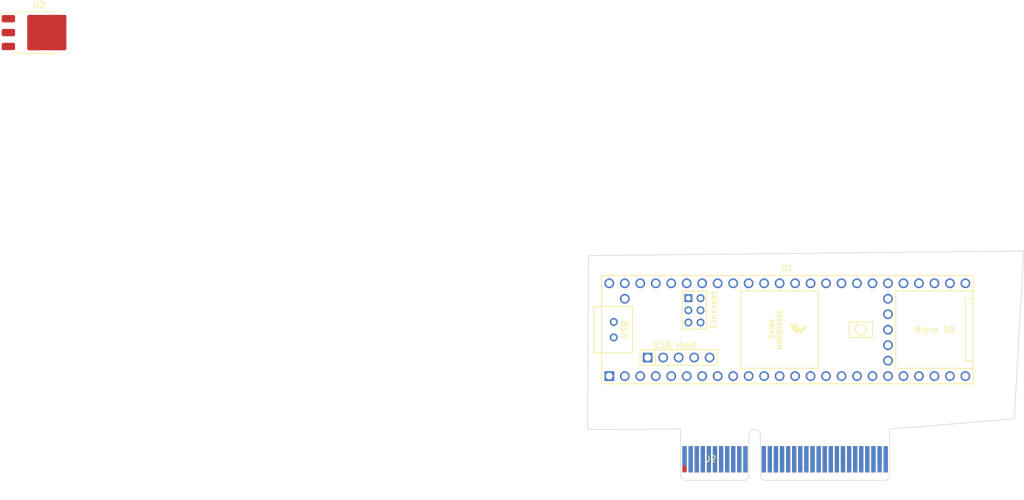
<source format=kicad_pcb>
(kicad_pcb (version 20221018) (generator pcbnew)
  (layers (0 "F.Cu" signal) (31 "B.Cu" signal) (34 "B.Paste" user) (35 "F.Paste" user) (36 "B.SilkS" user "B.Silkscreen") (37 "F.SilkS" user "F.Silkscreen") (38 "B.Mask" user) (39 "F.Mask" user) (44 "Edge.Cuts" user))
  (net 0 "")
  (net 48 "/VIN")
  (net 49 "/VUSB")
  (net 68 "GNDD")
  (net 69 "Net-(D2-A)")
  (net 70 "/VEXT")
  (footprint "common:pcie_64" (layer "F.Cu") (at 111.65 87.5)
    (fp_text reference "J2" (at 5 -3.5) (layer "F.SilkS"))
    (fp_text value "PCIE_64")
    (fp_line (start 0 -8.4) (end 0 -0.5) (stroke (width 0.1)) (layer "Edge.Cuts"))
    (fp_line (start 0 -0.5) (end 0.5 0) (stroke (width 0.1)) (layer "Edge.Cuts"))
    (fp_line (start 0.5 0) (end 10.7 0) (stroke (width 0.1)) (layer "Edge.Cuts"))
    (fp_line (start 11.2 -7.45) (end 11.2 -0.5) (stroke (width 0.1)) (layer "Edge.Cuts"))
    (fp_line (start 11.2 -0.5) (end 10.7 0) (stroke (width 0.1)) (layer "Edge.Cuts"))
    (fp_line (start 13.1 -7.45) (end 13.1 -0.5) (stroke (width 0.1)) (layer "Edge.Cuts"))
    (fp_line (start 13.1 -0.5) (end 13.6 0) (stroke (width 0.1)) (layer "Edge.Cuts"))
    (fp_line (start 13.6 0) (end 33.8 0) (stroke (width 0.1)) (layer "Edge.Cuts"))
    (fp_line (start 34.3 -8.4) (end 34.3 -0.5) (stroke (width 0.1)) (layer "Edge.Cuts"))
    (fp_line (start 34.3 -0.5) (end 33.8 0) (stroke (width 0.1)) (layer "Edge.Cuts"))
    (fp_arc (start 11.2 -7.45) (mid 12.15 -8.4) (end 13.1 -7.45) (stroke (width 0.1)) (layer "Edge.Cuts"))
    (pad "A1" connect rect (at 0.65 -4) (size 0.7 3.2) (layers "B.Cu" "B.Mask"))
    (pad "A2" connect rect (at 1.65 -3.45) (size 0.7 4.3) (layers "B.Cu" "B.Mask"))
    (pad "A3" connect rect (at 2.65 -3.45) (size 0.7 4.3) (layers "B.Cu" "B.Mask"))
    (pad "A4" connect rect (at 3.65 -3.45) (size 0.7 4.3) (layers "B.Cu" "B.Mask"))
    (pad "A5" connect rect (at 4.65 -3.45) (size 0.7 4.3) (layers "B.Cu" "B.Mask"))
    (pad "A6" connect rect (at 5.65 -3.45) (size 0.7 4.3) (layers "B.Cu" "B.Mask"))
    (pad "A7" connect rect (at 6.65 -3.45) (size 0.7 4.3) (layers "B.Cu" "B.Mask"))
    (pad "A8" connect rect (at 7.65 -3.45) (size 0.7 4.3) (layers "B.Cu" "B.Mask"))
    (pad "A9" connect rect (at 8.65 -3.45) (size 0.7 4.3) (layers "B.Cu" "B.Mask"))
    (pad "A10" connect rect (at 9.65 -3.45) (size 0.7 4.3) (layers "B.Cu" "B.Mask"))
    (pad "A11" connect rect (at 10.65 -3.45) (size 0.7 4.3) (layers "B.Cu" "B.Mask"))
    (pad "A12" connect rect (at 13.65 -3.45) (size 0.7 4.3) (layers "B.Cu" "B.Mask"))
    (pad "A13" connect rect (at 14.65 -3.45) (size 0.7 4.3) (layers "B.Cu" "B.Mask"))
    (pad "A14" connect rect (at 15.65 -3.45) (size 0.7 4.3) (layers "B.Cu" "B.Mask"))
    (pad "A15" connect rect (at 16.65 -3.45) (size 0.7 4.3) (layers "B.Cu" "B.Mask"))
    (pad "A16" connect rect (at 17.65 -3.45) (size 0.7 4.3) (layers "B.Cu" "B.Mask"))
    (pad "A17" connect rect (at 18.65 -3.45) (size 0.7 4.3) (layers "B.Cu" "B.Mask"))
    (pad "A18" connect rect (at 19.65 -3.45) (size 0.7 4.3) (layers "B.Cu" "B.Mask"))
    (pad "A19" connect rect (at 20.65 -3.45) (size 0.7 4.3) (layers "B.Cu" "B.Mask"))
    (pad "A20" connect rect (at 21.65 -3.45) (size 0.7 4.3) (layers "B.Cu" "B.Mask"))
    (pad "A21" connect rect (at 22.65 -3.45) (size 0.7 4.3) (layers "B.Cu" "B.Mask"))
    (pad "A22" connect rect (at 23.65 -3.45) (size 0.7 4.3) (layers "B.Cu" "B.Mask"))
    (pad "A23" connect rect (at 24.65 -3.45) (size 0.7 4.3) (layers "B.Cu" "B.Mask"))
    (pad "A24" connect rect (at 25.65 -3.45) (size 0.7 4.3) (layers "B.Cu" "B.Mask"))
    (pad "A25" connect rect (at 26.65 -3.45) (size 0.7 4.3) (layers "B.Cu" "B.Mask"))
    (pad "A26" connect rect (at 27.65 -3.45) (size 0.7 4.3) (layers "B.Cu" "B.Mask"))
    (pad "A27" connect rect (at 28.65 -3.45) (size 0.7 4.3) (layers "B.Cu" "B.Mask"))
    (pad "A28" connect rect (at 29.65 -3.45) (size 0.7 4.3) (layers "B.Cu" "B.Mask"))
    (pad "A29" connect rect (at 30.65 -3.45) (size 0.7 4.3) (layers "B.Cu" "B.Mask"))
    (pad "A30" connect rect (at 31.65 -3.45) (size 0.7 4.3) (layers "B.Cu" "B.Mask"))
    (pad "A31" connect rect (at 32.65 -3.45) (size 0.7 4.3) (layers "B.Cu" "B.Mask"))
    (pad "A32" connect rect (at 33.65 -3.45) (size 0.7 4.3) (layers "B.Cu" "B.Mask"))
    (pad "B1" connect rect (at 0.65 -3.45) (size 0.7 4.3) (layers "F.Cu" "F.Mask"))
    (pad "B2" connect rect (at 1.65 -3.45) (size 0.7 4.3) (layers "F.Cu" "F.Mask"))
    (pad "B3" connect rect (at 2.65 -3.45) (size 0.7 4.3) (layers "F.Cu" "F.Mask"))
    (pad "B4" connect rect (at 3.65 -3.45) (size 0.7 4.3) (layers "F.Cu" "F.Mask"))
    (pad "B5" connect rect (at 4.65 -3.45) (size 0.7 4.3) (layers "F.Cu" "F.Mask"))
    (pad "B6" connect rect (at 5.65 -3.45) (size 0.7 4.3) (layers "F.Cu" "F.Mask"))
    (pad "B7" connect rect (at 6.65 -3.45) (size 0.7 4.3) (layers "F.Cu" "F.Mask"))
    (pad "B8" connect rect (at 7.65 -3.45) (size 0.7 4.3) (layers "F.Cu" "F.Mask"))
    (pad "B9" connect rect (at 8.65 -3.45) (size 0.7 4.3) (layers "F.Cu" "F.Mask"))
    (pad "B10" connect rect (at 9.65 -3.45) (size 0.7 4.3) (layers "F.Cu" "F.Mask"))
    (pad "B11" connect rect (at 10.65 -3.45) (size 0.7 4.3) (layers "F.Cu" "F.Mask"))
    (pad "B12" connect rect (at 13.65 -3.45) (size 0.7 4.3) (layers "F.Cu" "F.Mask"))
    (pad "B13" connect rect (at 14.65 -3.45) (size 0.7 4.3) (layers "F.Cu" "F.Mask"))
    (pad "B14" connect rect (at 15.65 -3.45) (size 0.7 4.3) (layers "F.Cu" "F.Mask"))
    (pad "B15" connect rect (at 16.65 -3.45) (size 0.7 4.3) (layers "F.Cu" "F.Mask"))
    (pad "B16" connect rect (at 17.65 -3.45) (size 0.7 4.3) (layers "F.Cu" "F.Mask"))
    (pad "B17" connect rect (at 18.65 -3.45) (size 0.7 4.3) (layers "F.Cu" "F.Mask"))
    (pad "B18" connect rect (at 19.65 -3.45) (size 0.7 4.3) (layers "F.Cu" "F.Mask"))
    (pad "B19" connect rect (at 20.65 -3.45) (size 0.7 4.3) (layers "F.Cu" "F.Mask"))
    (pad "B20" connect rect (at 21.65 -3.45) (size 0.7 4.3) (layers "F.Cu" "F.Mask"))
    (pad "B21" connect rect (at 22.65 -3.45) (size 0.7 4.3) (layers "F.Cu" "F.Mask"))
    (pad "B22" connect rect (at 23.65 -3.45) (size 0.7 4.3) (layers "F.Cu" "F.Mask"))
    (pad "B23" connect rect (at 24.65 -3.45) (size 0.7 4.3) (layers "F.Cu" "F.Mask"))
    (pad "B24" connect rect (at 25.65 -3.45) (size 0.7 4.3) (layers "F.Cu" "F.Mask"))
    (pad "B25" connect rect (at 26.65 -3.45) (size 0.7 4.3) (layers "F.Cu" "F.Mask"))
    (pad "B26" connect rect (at 27.65 -3.45) (size 0.7 4.3) (layers "F.Cu" "F.Mask"))
    (pad "B27" connect rect (at 28.65 -3.45) (size 0.7 4.3) (layers "F.Cu" "F.Mask"))
    (pad "B28" connect rect (at 29.65 -3.45) (size 0.7 4.3) (layers "F.Cu" "F.Mask"))
    (pad "B29" connect rect (at 30.65 -3.45) (size 0.7 4.3) (layers "F.Cu" "F.Mask"))
    (pad "B30" connect rect (at 31.65 -3.45) (size 0.7 4.3) (layers "F.Cu" "F.Mask"))
    (pad "B31" connect rect (at 32.65 -4) (size 0.7 3.2) (layers "F.Cu" "F.Mask"))
    (pad "B32" connect rect (at 33.65 -3.45) (size 0.7 4.3) (layers "F.Cu" "F.Mask"))
  )
  (footprint "common:Teensy41" (layer "F.Cu") (at 129.17 62.77)
    (fp_text reference "U1" (at 0 -10.16) (layer "F.SilkS"))
    (fp_text value "Teensy4.1")
    (fp_text user "Ethernet" (at -12.065 -3.2766 90) (layer "F.SilkS"))
    (fp_text user "DVJ6A" (at -2.54 -0.18 -90) (layer "F.SilkS") (effects (font (size 0.7 0.7))))
    (fp_text user "USB" (at -26.67 0 270) (layer "F.SilkS"))
    (fp_text user "MIMXRT1062" (at -1.27 0 -90) (layer "F.SilkS") (effects (font (size 0.7 0.7))))
    (fp_text user "Micro SD" (at 24.13 0) (layer "F.SilkS"))
    (fp_text user "USB Host" (at -18.4658 2.4892) (layer "F.SilkS"))
    (fp_line (start -31.75 -3.81) (end -30.48 -3.81) (stroke (width 0.15)) (layer "F.SilkS"))
    (fp_line (start -31.75 3.81) (end -31.75 -3.81) (stroke (width 0.15)) (layer "F.SilkS"))
    (fp_line (start -30.48 -8.89) (end 30.48 -8.89) (stroke (width 0.15)) (layer "F.SilkS"))
    (fp_line (start -30.48 3.81) (end -31.75 3.81) (stroke (width 0.15)) (layer "F.SilkS"))
    (fp_line (start -30.48 8.89) (end -30.48 -8.89) (stroke (width 0.15)) (layer "F.SilkS"))
    (fp_line (start -25.4 -3.81) (end -30.48 -3.81) (stroke (width 0.15)) (layer "F.SilkS"))
    (fp_line (start -25.4 3.81) (end -30.48 3.81) (stroke (width 0.15)) (layer "F.SilkS"))
    (fp_line (start -25.4 3.81) (end -25.4 -3.81) (stroke (width 0.15)) (layer "F.SilkS"))
    (fp_line (start -24.1808 3.2992) (end -21.6408 3.2992) (stroke (width 0.15)) (layer "F.SilkS"))
    (fp_line (start -24.1808 3.2992) (end -11.4808 3.2992) (stroke (width 0.15)) (layer "F.SilkS"))
    (fp_line (start -24.1808 5.8392) (end -24.1808 3.2992) (stroke (width 0.15)) (layer "F.SilkS"))
    (fp_line (start -21.6408 3.2992) (end -21.6408 5.8392) (stroke (width 0.15)) (layer "F.SilkS"))
    (fp_line (start -17.25 -6.3516) (end -17.25 -6.1016) (stroke (width 0.15)) (layer "F.SilkS"))
    (fp_line (start -17.25 -6.1016) (end -17.25 -0.1016) (stroke (width 0.15)) (layer "F.SilkS"))
    (fp_line (start -17.25 -0.1016) (end -13.25 -0.1016) (stroke (width 0.15)) (layer "F.SilkS"))
    (fp_line (start -13.25 -6.3516) (end -17.25 -6.3516) (stroke (width 0.15)) (layer "F.SilkS"))
    (fp_line (start -13.25 -0.1016) (end -13.25 -6.3516) (stroke (width 0.15)) (layer "F.SilkS"))
    (fp_line (start -11.4808 3.2992) (end -11.4808 5.8392) (stroke (width 0.15)) (layer "F.SilkS"))
    (fp_line (start -11.4808 5.8392) (end -24.1808 5.8392) (stroke (width 0.15)) (layer "F.SilkS"))
    (fp_line (start -7.62 -6.35) (end -7.62 6.35) (stroke (width 0.15)) (layer "F.SilkS"))
    (fp_line (start -7.62 6.35) (end 5.08 6.35) (stroke (width 0.15)) (layer "F.SilkS"))
    (fp_line (start 5.08 -6.35) (end -7.62 -6.35) (stroke (width 0.15)) (layer "F.SilkS"))
    (fp_line (start 5.08 6.35) (end 5.08 -6.35) (stroke (width 0.15)) (layer "F.SilkS"))
    (fp_line (start 10.16 -1.27) (end 13.97 -1.27) (stroke (width 0.15)) (layer "F.SilkS"))
    (fp_line (start 10.16 1.27) (end 10.16 -1.27) (stroke (width 0.15)) (layer "F.SilkS"))
    (fp_line (start 13.97 -1.27) (end 13.97 1.27) (stroke (width 0.15)) (layer "F.SilkS"))
    (fp_line (start 13.97 1.27) (end 10.16 1.27) (stroke (width 0.15)) (layer "F.SilkS"))
    (fp_line (start 17.78 -6.35) (end 17.78 6.35) (stroke (width 0.15)) (layer "F.SilkS"))
    (fp_line (start 17.78 6.35) (end 30.48 6.35) (stroke (width 0.15)) (layer "F.SilkS"))
    (fp_line (start 29.21 -5.08) (end 29.21 5.08) (stroke (width 0.15)) (layer "F.SilkS"))
    (fp_line (start 29.21 5.08) (end 30.48 5.08) (stroke (width 0.15)) (layer "F.SilkS"))
    (fp_line (start 30.48 -8.89) (end 30.48 8.89) (stroke (width 0.15)) (layer "F.SilkS"))
    (fp_line (start 30.48 -6.35) (end 17.78 -6.35) (stroke (width 0.15)) (layer "F.SilkS"))
    (fp_line (start 30.48 -5.08) (end 29.21 -5.08) (stroke (width 0.15)) (layer "F.SilkS"))
    (fp_line (start 30.48 8.89) (end -30.48 8.89) (stroke (width 0.15)) (layer "F.SilkS"))
    (fp_circle (center 12.065 0) (end 12.7 -0.635) (stroke (width 0.15)) (fill none) (layer "F.SilkS"))
    (fp_poly (pts (xy 0.911 -0.688) (xy 0.657 -0.434) (xy 0.403 -0.815) (xy 0.657 -1.069)) (stroke (width 0.1)) (fill solid) (layer "F.SilkS"))
    (fp_poly (pts (xy 1.292 -0.18) (xy 1.038 0.074) (xy 0.784 -0.307) (xy 1.038 -0.561)) (stroke (width 0.1)) (fill solid) (layer "F.SilkS"))
    (fp_poly (pts (xy 1.673 -0.561) (xy 1.419 -0.307) (xy 1.165 -0.688) (xy 1.419 -0.942)) (stroke (width 0.1)) (fill solid) (layer "F.SilkS"))
    (fp_poly (pts (xy 1.673 0.328) (xy 1.419 0.582) (xy 1.165 0.201) (xy 1.419 -0.053)) (stroke (width 0.1)) (fill solid) (layer "F.SilkS"))
    (fp_poly (pts (xy 2.054 -0.053) (xy 1.8 0.201) (xy 1.546 -0.18) (xy 1.8 -0.434)) (stroke (width 0.1)) (fill solid) (layer "F.SilkS"))
    (fp_poly (pts (xy 2.435 0.455) (xy 2.181 0.709) (xy 1.927 0.328) (xy 2.181 0.074)) (stroke (width 0.1)) (fill solid) (layer "F.SilkS"))
    (fp_poly (pts (xy 2.816 0.074) (xy 2.562 0.328) (xy 2.308 -0.053) (xy 2.562 -0.307)) (stroke (width 0.1)) (fill solid) (layer "F.SilkS"))
    (fp_poly (pts (xy 3.197 -0.307) (xy 2.943 -0.053) (xy 2.689 -0.434) (xy 2.943 -0.688)) (stroke (width 0.1)) (fill solid) (layer "F.SilkS"))
    (pad "1" thru_hole rect (at -29.21 7.62) (size 1.6 1.6) (drill 1.1) (layers "*.Cu" "*.Mask"))
    (pad "2" thru_hole circle (at -26.67 7.62) (size 1.6 1.6) (drill 1.1) (layers "*.Cu" "*.Mask"))
    (pad "3" thru_hole circle (at -24.13 7.62) (size 1.6 1.6) (drill 1.1) (layers "*.Cu" "*.Mask"))
    (pad "4" thru_hole circle (at -21.59 7.62) (size 1.6 1.6) (drill 1.1) (layers "*.Cu" "*.Mask"))
    (pad "5" thru_hole circle (at -19.05 7.62) (size 1.6 1.6) (drill 1.1) (layers "*.Cu" "*.Mask"))
    (pad "6" thru_hole circle (at -16.51 7.62) (size 1.6 1.6) (drill 1.1) (layers "*.Cu" "*.Mask"))
    (pad "7" thru_hole circle (at -13.97 7.62) (size 1.6 1.6) (drill 1.1) (layers "*.Cu" "*.Mask"))
    (pad "8" thru_hole circle (at -11.43 7.62) (size 1.6 1.6) (drill 1.1) (layers "*.Cu" "*.Mask"))
    (pad "9" thru_hole circle (at -8.89 7.62) (size 1.6 1.6) (drill 1.1) (layers "*.Cu" "*.Mask"))
    (pad "10" thru_hole circle (at -6.35 7.62) (size 1.6 1.6) (drill 1.1) (layers "*.Cu" "*.Mask"))
    (pad "11" thru_hole circle (at -3.81 7.62) (size 1.6 1.6) (drill 1.1) (layers "*.Cu" "*.Mask"))
    (pad "12" thru_hole circle (at -1.27 7.62) (size 1.6 1.6) (drill 1.1) (layers "*.Cu" "*.Mask"))
    (pad "13" thru_hole circle (at 1.27 7.62) (size 1.6 1.6) (drill 1.1) (layers "*.Cu" "*.Mask"))
    (pad "14" thru_hole circle (at 3.81 7.62) (size 1.6 1.6) (drill 1.1) (layers "*.Cu" "*.Mask"))
    (pad "15" thru_hole circle (at 6.35 7.62) (size 1.6 1.6) (drill 1.1) (layers "*.Cu" "*.Mask"))
    (pad "16" thru_hole circle (at 8.89 7.62) (size 1.6 1.6) (drill 1.1) (layers "*.Cu" "*.Mask"))
    (pad "17" thru_hole circle (at 11.43 7.62) (size 1.6 1.6) (drill 1.1) (layers "*.Cu" "*.Mask"))
    (pad "18" thru_hole circle (at 13.97 7.62) (size 1.6 1.6) (drill 1.1) (layers "*.Cu" "*.Mask"))
    (pad "19" thru_hole circle (at 16.51 7.62) (size 1.6 1.6) (drill 1.1) (layers "*.Cu" "*.Mask"))
    (pad "20" thru_hole circle (at 19.05 7.62) (size 1.6 1.6) (drill 1.1) (layers "*.Cu" "*.Mask"))
    (pad "21" thru_hole circle (at 21.59 7.62) (size 1.6 1.6) (drill 1.1) (layers "*.Cu" "*.Mask"))
    (pad "22" thru_hole circle (at 24.13 7.62) (size 1.6 1.6) (drill 1.1) (layers "*.Cu" "*.Mask"))
    (pad "23" thru_hole circle (at 26.67 7.62) (size 1.6 1.6) (drill 1.1) (layers "*.Cu" "*.Mask"))
    (pad "24" thru_hole circle (at 29.21 7.62) (size 1.6 1.6) (drill 1.1) (layers "*.Cu" "*.Mask"))
    (pad "25" thru_hole circle (at 29.21 -7.62) (size 1.6 1.6) (drill 1.1) (layers "*.Cu" "*.Mask"))
    (pad "26" thru_hole circle (at 26.67 -7.62) (size 1.6 1.6) (drill 1.1) (layers "*.Cu" "*.Mask"))
    (pad "27" thru_hole circle (at 24.13 -7.62) (size 1.6 1.6) (drill 1.1) (layers "*.Cu" "*.Mask"))
    (pad "28" thru_hole circle (at 21.59 -7.62) (size 1.6 1.6) (drill 1.1) (layers "*.Cu" "*.Mask"))
    (pad "29" thru_hole circle (at 19.05 -7.62) (size 1.6 1.6) (drill 1.1) (layers "*.Cu" "*.Mask"))
    (pad "30" thru_hole circle (at 16.51 -7.62) (size 1.6 1.6) (drill 1.1) (layers "*.Cu" "*.Mask"))
    (pad "31" thru_hole circle (at 13.97 -7.62) (size 1.6 1.6) (drill 1.1) (layers "*.Cu" "*.Mask"))
    (pad "32" thru_hole circle (at 11.43 -7.62) (size 1.6 1.6) (drill 1.1) (layers "*.Cu" "*.Mask"))
    (pad "33" thru_hole circle (at 8.89 -7.62) (size 1.6 1.6) (drill 1.1) (layers "*.Cu" "*.Mask"))
    (pad "34" thru_hole circle (at 6.35 -7.62) (size 1.6 1.6) (drill 1.1) (layers "*.Cu" "*.Mask"))
    (pad "35" thru_hole circle (at 3.81 -7.62) (size 1.6 1.6) (drill 1.1) (layers "*.Cu" "*.Mask"))
    (pad "36" thru_hole circle (at 1.27 -7.62) (size 1.6 1.6) (drill 1.1) (layers "*.Cu" "*.Mask"))
    (pad "37" thru_hole circle (at -1.27 -7.62) (size 1.6 1.6) (drill 1.1) (layers "*.Cu" "*.Mask"))
    (pad "38" thru_hole circle (at -3.81 -7.62) (size 1.6 1.6) (drill 1.1) (layers "*.Cu" "*.Mask"))
    (pad "39" thru_hole circle (at -6.35 -7.62) (size 1.6 1.6) (drill 1.1) (layers "*.Cu" "*.Mask"))
    (pad "40" thru_hole circle (at -8.89 -7.62) (size 1.6 1.6) (drill 1.1) (layers "*.Cu" "*.Mask"))
    (pad "41" thru_hole circle (at -11.43 -7.62) (size 1.6 1.6) (drill 1.1) (layers "*.Cu" "*.Mask"))
    (pad "42" thru_hole circle (at -13.97 -7.62) (size 1.6 1.6) (drill 1.1) (layers "*.Cu" "*.Mask"))
    (pad "43" thru_hole circle (at -16.51 -7.62) (size 1.6 1.6) (drill 1.1) (layers "*.Cu" "*.Mask"))
    (pad "44" thru_hole circle (at -19.05 -7.62) (size 1.6 1.6) (drill 1.1) (layers "*.Cu" "*.Mask"))
    (pad "45" thru_hole circle (at -21.59 -7.62) (size 1.6 1.6) (drill 1.1) (layers "*.Cu" "*.Mask"))
    (pad "46" thru_hole circle (at -24.13 -7.62) (size 1.6 1.6) (drill 1.1) (layers "*.Cu" "*.Mask"))
    (pad "47" thru_hole circle (at -26.67 -7.62) (size 1.6 1.6) (drill 1.1) (layers "*.Cu" "*.Mask"))
    (pad "48" thru_hole circle (at -29.21 -7.62) (size 1.6 1.6) (drill 1.1) (layers "*.Cu" "*.Mask") (net 48 "/VIN"))
    (pad "49" thru_hole circle (at -26.67 -5.08) (size 1.6 1.6) (drill 1.1) (layers "*.Cu" "*.Mask") (net 49 "/VUSB"))
    (pad "50" thru_hole circle (at 16.51 5.08) (size 1.6 1.6) (drill 1.1) (layers "*.Cu" "*.Mask"))
    (pad "51" thru_hole circle (at 16.51 2.54) (size 1.6 1.6) (drill 1.1) (layers "*.Cu" "*.Mask"))
    (pad "52" thru_hole circle (at 16.51 0) (size 1.6 1.6) (drill 1.1) (layers "*.Cu" "*.Mask"))
    (pad "53" thru_hole circle (at 16.51 -2.54) (size 1.6 1.6) (drill 1.1) (layers "*.Cu" "*.Mask"))
    (pad "54" thru_hole circle (at 16.51 -5.08) (size 1.6 1.6) (drill 1.1) (layers "*.Cu" "*.Mask"))
    (pad "55" thru_hole rect (at -22.9108 4.5692) (size 1.6 1.6) (drill 1.1) (layers "*.Cu" "*.Mask"))
    (pad "56" thru_hole circle (at -20.3708 4.5692) (size 1.6 1.6) (drill 1.1) (layers "*.Cu" "*.Mask"))
    (pad "57" thru_hole circle (at -17.8308 4.5692) (size 1.6 1.6) (drill 1.1) (layers "*.Cu" "*.Mask"))
    (pad "58" thru_hole circle (at -15.2908 4.5692) (size 1.6 1.6) (drill 1.1) (layers "*.Cu" "*.Mask"))
    (pad "59" thru_hole circle (at -12.7508 4.5692) (size 1.6 1.6) (drill 1.1) (layers "*.Cu" "*.Mask"))
    (pad "60" thru_hole rect (at -16.24 -5.1816) (size 1.3 1.3) (drill 0.8) (layers "*.Cu" "*.Mask"))
    (pad "61" thru_hole circle (at -16.24 -3.1816) (size 1.3 1.3) (drill 0.8) (layers "*.Cu" "*.Mask"))
    (pad "62" thru_hole circle (at -16.24 -1.1816) (size 1.3 1.3) (drill 0.8) (layers "*.Cu" "*.Mask"))
    (pad "63" thru_hole circle (at -14.24 -1.1816) (size 1.3 1.3) (drill 0.8) (layers "*.Cu" "*.Mask"))
    (pad "64" thru_hole circle (at -14.24 -3.1816) (size 1.3 1.3) (drill 0.8) (layers "*.Cu" "*.Mask"))
    (pad "65" thru_hole circle (at -14.24 -5.1816) (size 1.3 1.3) (drill 0.8) (layers "*.Cu" "*.Mask"))
    (pad "66" thru_hole circle (at -28.48 -1.27) (size 1.3 1.3) (drill 0.8) (layers "*.Cu" "*.Mask"))
    (pad "67" thru_hole circle (at -28.48 1.27) (size 1.3 1.3) (drill 0.8) (layers "*.Cu" "*.Mask"))
  )
  (footprint "Package_TO_SOT_SMD:TO-252-3_TabPin2" (layer "F.Cu") (at 6.415 13.975)
    (fp_text reference "U2" (at 0 -4.5) (layer "F.SilkS"))
    (fp_text value "5V")
    (fp_line (start -3.31 -3.45) (end -3.31 -3.18) (stroke (width 0.12)) (layer "F.SilkS"))
    (fp_line (start -3.31 -3.18) (end -6.14 -3.18) (stroke (width 0.12)) (layer "F.SilkS"))
    (fp_line (start -3.31 3.18) (end -4.41 3.18) (stroke (width 0.12)) (layer "F.SilkS"))
    (fp_line (start -3.31 3.45) (end -3.31 3.18) (stroke (width 0.12)) (layer "F.SilkS"))
    (fp_line (start 3.11 -3.45) (end -3.31 -3.45) (stroke (width 0.12)) (layer "F.SilkS"))
    (fp_line (start 3.11 3.45) (end -3.31 3.45) (stroke (width 0.12)) (layer "F.SilkS"))
    (pad "1" smd roundrect (at -5.04 -2.28) (size 2.2 1.2) (layers "F.Cu" "F.Paste" "F.Mask") (roundrect_rratio 0.208333) (net 68 "GNDD"))
    (pad "2" smd roundrect (at -5.04 0) (size 2.2 1.2) (layers "F.Cu" "F.Paste" "F.Mask") (roundrect_rratio 0.208333) (net 69 "Net-(D2-A)"))
    (pad "2" smd roundrect (at -0.415 -1.525) (size 3.05 2.75) (layers "F.Cu" "F.Paste") (roundrect_rratio 0.090909) (net 69 "Net-(D2-A)"))
    (pad "2" smd roundrect (at -0.415 1.525) (size 3.05 2.75) (layers "F.Cu" "F.Paste") (roundrect_rratio 0.090909) (net 69 "Net-(D2-A)"))
    (pad "2" smd roundrect (at 1.26 0) (size 6.4 5.8) (layers "F.Cu" "F.Mask") (roundrect_rratio 0.043103) (net 69 "Net-(D2-A)"))
    (pad "2" smd roundrect (at 2.935 -1.525) (size 3.05 2.75) (layers "F.Cu" "F.Paste") (roundrect_rratio 0.090909) (net 69 "Net-(D2-A)"))
    (pad "2" smd roundrect (at 2.935 1.525) (size 3.05 2.75) (layers "F.Cu" "F.Paste") (roundrect_rratio 0.090909) (net 69 "Net-(D2-A)"))
    (pad "3" smd roundrect (at -5.04 2.28) (size 2.2 1.2) (layers "F.Cu" "F.Paste" "F.Mask") (roundrect_rratio 0.208333) (net 70 "/VEXT"))
  )
  (gr_line (start 167.95 49.85) (end 166.4 77.4) (stroke (width 0.1)) (layer "Edge.Cuts"))
  (gr_line (start 96.4 79.15) (end 96.55 50.6) (stroke (width 0.1)) (layer "Edge.Cuts"))
  (gr_line (start 96.55 50.6) (end 167.95 49.85) (stroke (width 0.1)) (layer "Edge.Cuts"))
  (gr_line (start 166.4 77.4) (end 145.95 79.1) (stroke (width 0.1)) (layer "Edge.Cuts"))
  (gr_line (start 111.65 79.1) (end 96.4 79.15) (stroke (width 0.1)) (layer "Edge.Cuts"))
)
</source>
